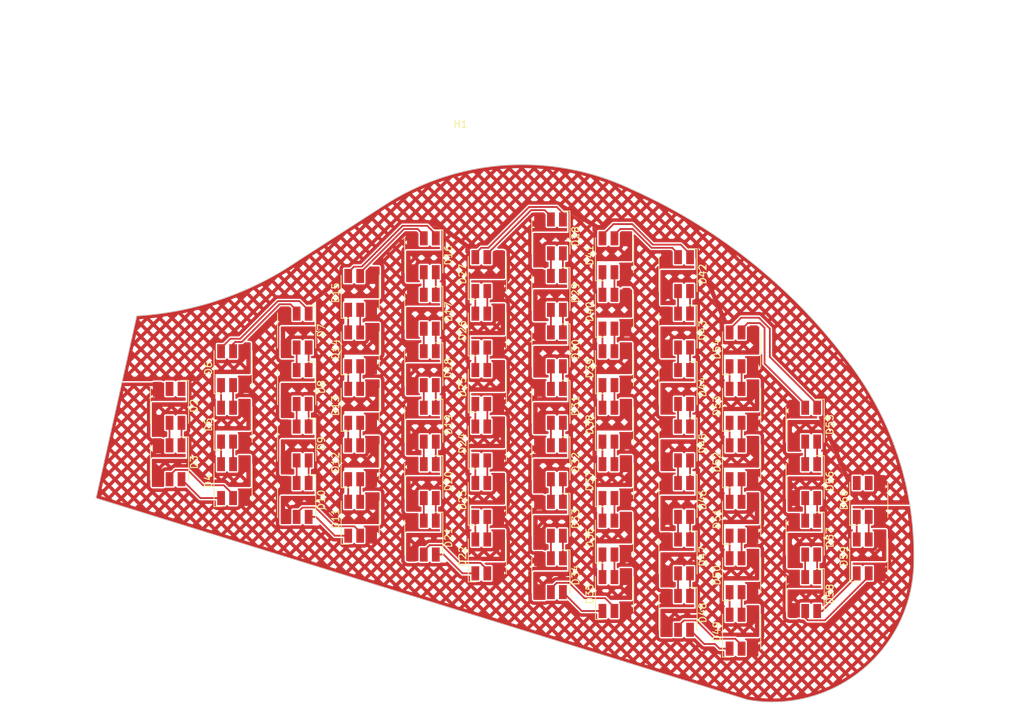
<source format=kicad_pcb>
(kicad_pcb (version 20221018) (generator pcbnew)
  (layers (0 "F.Cu" signal) (31 "B.Cu" signal) (34 "B.Paste" user) (35 "F.Paste" user) (36 "B.SilkS" user "B.Silkscreen") (37 "F.SilkS" user "F.Silkscreen") (38 "B.Mask" user) (39 "F.Mask" user) (44 "Edge.Cuts" user))
  (net 0 "")
  (net 1 "GND")
  (net 2 "+5V")
  (net 3 "Net-(D2-CO)")
  (net 4 "Net-(D2-DO)")
  (net 5 "Net-(D3-CO)")
  (net 6 "Net-(D3-DO)")
  (net 7 "Net-(D4-CO)")
  (net 8 "Net-(D4-DO)")
  (net 9 "Net-(D5-CO)")
  (net 10 "Net-(D5-DO)")
  (net 11 "Net-(D6-CO)")
  (net 12 "Net-(D6-DO)")
  (net 13 "Net-(D7-CO)")
  (net 14 "Net-(D7-DO)")
  (net 15 "Net-(D8-CO)")
  (net 16 "Net-(D8-DO)")
  (net 17 "Net-(D10-CI)")
  (net 18 "Net-(D10-DI)")
  (net 19 "Net-(D10-CO)")
  (net 20 "Net-(D10-DO)")
  (net 21 "Net-(D11-CO)")
  (net 22 "Net-(D11-DO)")
  (net 23 "Net-(D12-CO)")
  (net 24 "Net-(D12-DO)")
  (net 25 "Net-(D13-CO)")
  (net 26 "Net-(D13-DO)")
  (net 27 "Net-(D14-CO)")
  (net 28 "Net-(D14-DO)")
  (net 29 "Net-(D15-CO)")
  (net 30 "Net-(D15-DO)")
  (net 31 "/CK16")
  (net 32 "/DATA16")
  (net 33 "Net-(D17-CO)")
  (net 34 "Net-(D17-DO)")
  (net 35 "Net-(D18-CO)")
  (net 36 "Net-(D18-DO)")
  (net 37 "Net-(D19-CO)")
  (net 38 "Net-(D19-DO)")
  (net 39 "Net-(D20-CO)")
  (net 40 "Net-(D20-DO)")
  (net 41 "Net-(D21-CO)")
  (net 42 "Net-(D21-DO)")
  (net 43 "Net-(D22-CO)")
  (net 44 "Net-(D22-DO)")
  (net 45 "Net-(D23-CO)")
  (net 46 "Net-(D23-DO)")
  (net 47 "Net-(D24-CO)")
  (net 48 "Net-(D24-DO)")
  (net 49 "Net-(D25-CO)")
  (net 50 "Net-(D25-DO)")
  (net 51 "Net-(D26-CO)")
  (net 52 "Net-(D26-DO)")
  (net 53 "Net-(D27-CO)")
  (net 54 "Net-(D27-DO)")
  (net 55 "Net-(D28-CO)")
  (net 56 "Net-(D28-DO)")
  (net 57 "Net-(D29-CO)")
  (net 58 "Net-(D29-DO)")
  (net 59 "Net-(D30-CO)")
  (net 60 "Net-(D30-DO)")
  (net 61 "Net-(D31-CO)")
  (net 62 "Net-(D31-DO)")
  (net 63 "/CK32")
  (net 64 "/DATA32")
  (net 65 "Net-(D33-CO)")
  (net 66 "Net-(D33-DO)")
  (net 67 "Net-(D34-CO)")
  (net 68 "Net-(D34-DO)")
  (net 69 "Net-(D35-CO)")
  (net 70 "Net-(D35-DO)")
  (net 71 "Net-(D36-CO)")
  (net 72 "Net-(D36-DO)")
  (net 73 "Net-(D37-CO)")
  (net 74 "Net-(D37-DO)")
  (net 75 "Net-(D38-CO)")
  (net 76 "Net-(D38-DO)")
  (net 77 "Net-(D39-CO)")
  (net 78 "Net-(D39-DO)")
  (net 79 "Net-(D40-CO)")
  (net 80 "Net-(D40-DO)")
  (net 81 "Net-(D41-CO)")
  (net 82 "Net-(D41-DO)")
  (net 83 "Net-(D42-CO)")
  (net 84 "Net-(D42-DO)")
  (net 85 "Net-(D43-CO)")
  (net 86 "Net-(D43-DO)")
  (net 87 "Net-(D44-CO)")
  (net 88 "Net-(D44-DO)")
  (net 89 "Net-(D45-CO)")
  (net 90 "Net-(D45-DO)")
  (net 91 "Net-(D46-CO)")
  (net 92 "Net-(D46-DO)")
  (net 93 "Net-(D47-CO)")
  (net 94 "Net-(D47-DO)")
  (net 95 "/CK48")
  (net 96 "/DATA48")
  (net 97 "Net-(D49-CO)")
  (net 98 "Net-(D49-DO)")
  (net 99 "Net-(D50-CO)")
  (net 100 "Net-(D50-DO)")
  (net 101 "Net-(D51-CO)")
  (net 102 "Net-(D51-DO)")
  (net 103 "Net-(D52-CO)")
  (net 104 "Net-(D52-DO)")
  (net 105 "Net-(D53-CO)")
  (net 106 "Net-(D53-DO)")
  (net 107 "Net-(D54-CO)")
  (net 108 "Net-(D54-DO)")
  (net 109 "Net-(D55-CO)")
  (net 110 "Net-(D55-DO)")
  (net 111 "Net-(D56-CO)")
  (net 112 "Net-(D56-DO)")
  (net 113 "Net-(D57-CO)")
  (net 114 "Net-(D57-DO)")
  (net 115 "Net-(D58-CO)")
  (net 116 "Net-(D58-DO)")
  (net 117 "Net-(D59-CO)")
  (net 118 "Net-(D59-DO)")
  (footprint "LED_SMD:LED_RGB_5050-6" (layer "F.Cu") (at 183 128.000003 90)
    (fp_text reference "D50")
    (fp_text value "APA102")
  )
  (footprint "LED_SMD:LED_RGB_5050-6" (layer "F.Cu") (at 120 101.333334 -90)
    (fp_text reference "D8")
    (fp_text value "APA102")
  )
  (footprint "LED_SMD:LED_RGB_5050-6" (layer "F.Cu") (at 129 120.000001 90)
    (fp_text reference "D11")
    (fp_text value "APA102")
  )
  (footprint "LED_SMD:LED_RGB_5050-6" (layer "F.Cu") (at 174 93.333336 -90)
    (fp_text reference "D43")
    (fp_text value "APA102")
  )
  (footprint "LED_SMD:LED_RGB_5050-6" (layer "F.Cu") (at 156 112.000002 -90)
    (fp_text reference "D32")
    (fp_text value "APA102")
  )
  (footprint "LED_SMD:LED_RGB_5050-6" (layer "F.Cu") (at 183 136.000003 90)
    (fp_text reference "D49")
    (fp_text value "APA102")
  )
  (footprint "LED_SMD:LED_RGB_5050-6" (layer "F.Cu") (at 147 109.333335 90)
    (fp_text reference "D24")
    (fp_text value "APA102")
  )
  (footprint "LED_SMD:LED_RGB_5050-6" (layer "F.Cu") (at 102 104 -90)
    (fp_text reference "D2")
    (fp_text value "APA102")
  )
  (footprint "LED_SMD:LED_RGB_5050-6" (layer "F.Cu") (at 111 98.666667 90)
    (fp_text reference "D6")
    (fp_text value "APA102")
  )
  (footprint "LED_SMD:LED_RGB_5050-6" (layer "F.Cu") (at 156 128.000002 -90)
    (fp_text reference "D34")
    (fp_text value "APA102")
  )
  (footprint "LED_SMD:LED_RGB_5050-6" (layer "F.Cu") (at 129 104.000001 90)
    (fp_text reference "D13")
    (fp_text value "APA102")
  )
  (footprint "LED_SMD:LED_RGB_5050-6" (layer "F.Cu") (at 174 133.333336 -90)
    (fp_text reference "D48")
    (fp_text value "APA102")
  )
  (footprint "LED_SMD:LED_RGB_5050-6" (layer "F.Cu") (at 183 112.000003 90)
    (fp_text reference "D52")
    (fp_text value "APA102")
  )
  (footprint "LED_SMD:LED_RGB_5050-6" (layer "F.Cu") (at 129 88.000001 90)
    (fp_text reference "D15")
    (fp_text value "APA102")
  )
  (footprint "LED_SMD:LED_RGB_5050-6" (layer "F.Cu") (at 156 104.000002 -90)
    (fp_text reference "D31")
    (fp_text value "APA102")
  )
  (footprint "LED_SMD:LED_RGB_5050-6" (layer "F.Cu") (at 147 85.333335 90)
    (fp_text reference "D27")
    (fp_text value "APA102")
  )
  (footprint "LED_SMD:LED_RGB_5050-6" (layer "F.Cu") (at 120 117.333334 -90)
    (fp_text reference "D10")
    (fp_text value "APA102")
  )
  (footprint "LED_SMD:LED_RGB_5050-6" (layer "F.Cu") (at 147 93.333335 90)
    (fp_text reference "D26")
    (fp_text value "APA102")
  )
  (footprint "LED_SMD:LED_RGB_5050-6" (layer "F.Cu") (at 147 101.333335 90)
    (fp_text reference "D25")
    (fp_text value "APA102")
  )
  (footprint "LED_SMD:LED_RGB_5050-6" (layer "F.Cu") (at 138 98.666668 -90)
    (fp_text reference "D18")
    (fp_text value "APA102")
  )
  (footprint "LED_SMD:LED_RGB_5050-6" (layer "F.Cu") (at 138 122.666668 -90)
    (fp_text reference "D21")
    (fp_text value "APA102")
  )
  (footprint "additional:blinker_shape" (layer "F.Cu") (at 150.25 98 -1.7)
    (fp_text reference "H1")
    (fp_text value "shape")
    (fp_line (start -58.07508 20.817382) (end -53.07508 -5.182618) (stroke (width 0.12)) (layer "Edge.Cuts"))
    (fp_line (start -30.444384 -13.688701) (end -18.07508 -22.182617) (stroke (width 0.12)) (layer "Edge.Cuts"))
    (fp_line (start 34.952666 46.632409) (end -58.07508 20.817382) (stroke (width 0.12)) (layer "Edge.Cuts"))
    (fp_arc (start -30.444384 -13.688701) (mid -41.180167 -7.89371) (end -53.07508 -5.182619) (stroke (width 0.12)) (layer "Edge.Cuts"))
    (fp_arc (start -18.07508 -22.182617) (mid -1.181203 -28.104087) (end 16.478374 -25.170448) (stroke (width 0.12)) (layer "Edge.Cuts"))
    (fp_arc (start 16.478374 -25.170447) (mid 33.316229 -15.660619) (end 47.289317 -2.292636) (stroke (width 0.12)) (layer "Edge.Cuts"))
    (fp_arc (start 47.289317 -2.292636) (mid 55.209457 11.315033) (end 57.961626 26.817382) (stroke (width 0.12)) (layer "Edge.Cuts"))
    (fp_arc (start 57.961626 26.817382) (mid 51 42) (end 34.952666 46.632409) (stroke (width 0.12)) (layer "Edge.Cuts"))
  )
  (footprint "LED_SMD:LED_RGB_5050-6" (layer "F.Cu") (at 129 96.000001 90)
    (fp_text reference "D14")
    (fp_text value "APA102")
  )
  (footprint "LED_SMD:LED_RGB_5050-6" (layer "F.Cu") (at 174 85.333336 -90)
    (fp_text reference "D42")
    (fp_text value "APA102")
  )
  (footprint "LED_SMD:LED_RGB_5050-6" (layer "F.Cu") (at 147 125.333335 90)
    (fp_text reference "D22")
    (fp_text value "APA102")
  )
  (footprint "LED_SMD:LED_RGB_5050-6" (layer "F.Cu") (at 183 104.000003 90)
    (fp_text reference "D53")
    (fp_text value "APA102")
  )
  (footprint "LED_SMD:LED_RGB_5050-6" (layer "F.Cu") (at 165 114.666669 90)
    (fp_text reference "D37")
    (fp_text value "APA102")
  )
  (footprint "LED_SMD:LED_RGB_5050-6" (layer "F.Cu") (at 138 90.666668 -90)
    (fp_text reference "D17")
    (fp_text value "APA102")
  )
  (footprint "LED_SMD:LED_RGB_5050-6" (layer "F.Cu") (at 165 106.666669 90)
    (fp_text reference "D38")
    (fp_text value "APA102")
  )
  (footprint "LED_SMD:LED_RGB_5050-6" (layer "F.Cu") (at 120 109.333334 -90)
    (fp_text reference "D9")
    (fp_text value "APA102")
  )
  (footprint "LED_SMD:LED_RGB_5050-6" (layer "F.Cu") (at 156 120.000002 -90)
    (fp_text reference "D33")
    (fp_text value "APA102")
  )
  (footprint "LED_SMD:LED_RGB_5050-6" (layer "F.Cu") (at 192 114.66667 -90)
    (fp_text reference "D56")
    (fp_text value "APA102")
  )
  (footprint "LED_SMD:LED_RGB_5050-6" (layer "F.Cu") (at 111 106.666667 90)
    (fp_text reference "D5")
    (fp_text value "APA102")
  )
  (footprint "LED_SMD:LED_RGB_5050-6" (layer "F.Cu") (at 156 96.000002 -90)
    (fp_text reference "D30")
    (fp_text value "APA102")
  )
  (footprint "LED_SMD:LED_RGB_5050-6" (layer "F.Cu") (at 174 117.333336 -90)
    (fp_text reference "D46")
    (fp_text value "APA102")
  )
  (footprint "LED_SMD:LED_RGB_5050-6" (layer "F.Cu") (at 201 117.333336 90)
    (fp_text reference "D60")
    (fp_text value "APA102")
  )
  (footprint "LED_SMD:LED_RGB_5050-6" (layer "F.Cu") (at 201 125.333336 90)
    (fp_text reference "D59")
    (fp_text value "APA102")
  )
  (footprint "LED_SMD:LED_RGB_5050-6" (layer "F.Cu") (at 102 112 -90)
    (fp_text reference "D3")
    (fp_text value "APA102")
  )
  (footprint "LED_SMD:LED_RGB_5050-6" (layer "F.Cu") (at 174 109.333336 -90)
    (fp_text reference "D45")
    (fp_text value "APA102")
  )
  (footprint "LED_SMD:LED_RGB_5050-6" (layer "F.Cu") (at 138 106.666668 -90)
    (fp_text reference "D19")
    (fp_text value "APA102")
  )
  (footprint "LED_SMD:LED_RGB_5050-6" (layer "F.Cu") (at 165 90.666669 90)
    (fp_text reference "D40")
    (fp_text value "APA102")
  )
  (footprint "LED_SMD:LED_RGB_5050-6" (layer "F.Cu") (at 147 117.333335 90)
    (fp_text reference "D23")
    (fp_text value "APA102")
  )
  (footprint "LED_SMD:LED_RGB_5050-6" (layer "F.Cu") (at 192 122.66667 -90)
    (fp_text reference "D57")
    (fp_text value "APA102")
  )
  (footprint "LED_SMD:LED_RGB_5050-6" (layer "F.Cu") (at 192 106.66667 -90)
    (fp_text reference "D55")
    (fp_text value "APA102")
  )
  (footprint "LED_SMD:LED_RGB_5050-6" (layer "F.Cu") (at 174 125.333336 -90)
    (fp_text reference "D47")
    (fp_text value "APA102")
  )
  (footprint "LED_SMD:LED_RGB_5050-6" (layer "F.Cu") (at 111 114.666667 90)
    (fp_text reference "D4")
    (fp_text value "APA102")
  )
  (footprint "LED_SMD:LED_RGB_5050-6" (layer "F.Cu") (at 183 96.000003 90)
    (fp_text reference "D54")
    (fp_text value "APA102")
  )
  (footprint "LED_SMD:LED_RGB_5050-6" (layer "F.Cu") (at 165 130.666669 90)
    (fp_text reference "D35")
    (fp_text value "APA102")
  )
  (footprint "LED_SMD:LED_RGB_5050-6" (layer "F.Cu") (at 138 114.666668 -90)
    (fp_text reference "D20")
    (fp_text value "APA102")
  )
  (footprint "LED_SMD:LED_RGB_5050-6" (layer "F.Cu") (at 120 93.333334 -90)
    (fp_text reference "D7")
    (fp_text value "APA102")
  )
  (footprint "LED_SMD:LED_RGB_5050-6" (layer "F.Cu") (at 138 82.666668 -90)
    (fp_text reference "D16")
    (fp_text value "APA102")
  )
  (footprint "LED_SMD:LED_RGB_5050-6" (layer "F.Cu") (at 129 112.000001 90)
    (fp_text reference "D12")
    (fp_text value "APA102")
  )
  (footprint "LED_SMD:LED_RGB_5050-6" (layer "F.Cu") (at 165 82.666669 90)
    (fp_text reference "D41")
    (fp_text value "APA102")
  )
  (footprint "LED_SMD:LED_RGB_5050-6" (layer "F.Cu") (at 156 80.000002 -90)
    (fp_text reference "D28")
    (fp_text value "APA102")
  )
  (footprint "LED_SMD:LED_RGB_5050-6" (layer "F.Cu") (at 174 101.333336 -90)
    (fp_text reference "D44")
    (fp_text value "APA102")
  )
  (footprint "LED_SMD:LED_RGB_5050-6" (layer "F.Cu") (at 183 120.000003 90)
    (fp_text reference "D51")
    (fp_text value "APA102")
  )
  (footprint "LED_SMD:LED_RGB_5050-6" (layer "F.Cu") (at 165 98.666669 90)
    (fp_text reference "D39")
    (fp_text value "APA102")
  )
  (footprint "LED_SMD:LED_RGB_5050-6" (layer "F.Cu") (at 165 122.666669 90)
    (fp_text reference "D36")
    (fp_text value "APA102")
  )
  (footprint "LED_SMD:LED_RGB_5050-6" (layer "F.Cu") (at 192 130.66667 -90)
    (fp_text reference "D58")
    (fp_text value "APA102")
  )
  (footprint "LED_SMD:LED_RGB_5050-6" (layer "F.Cu") (at 156 88.000002 -90)
    (fp_text reference "D29")
    (fp_text value "APA102")
  )
  (segment (start 102 106.4) (end 102 109.6) (width 0.25) (layer "F.Cu") (net 3))
  (segment (start 103.7 106.4) (end 103.7 109.6) (width 0.25) (layer "F.Cu") (net 4))
  (segment (start 102 113.9) (end 102 114.4) (width 0.25) (layer "F.Cu") (net 5))
  (segment (start 104.575 113.075) (end 102.825 113.075) (width 0.25) (layer "F.Cu") (net 5))
  (segment (start 111 117.066667) (end 111 116.566667) (width 0.25) (layer "F.Cu") (net 5))
  (segment (start 109.683333 115.25) (end 106.75 115.25) (width 0.25) (layer "F.Cu") (net 5))
  (segment (start 111 116.566667) (end 109.683333 115.25) (width 0.25) (layer "F.Cu") (net 5))
  (segment (start 106.75 115.25) (end 104.575 113.075) (width 0.25) (layer "F.Cu") (net 5))
  (segment (start 102.825 113.075) (end 102 113.9) (width 0.25) (layer "F.Cu") (net 5))
  (segment (start 106.366667 117.066667) (end 103.7 114.4) (width 0.25) (layer "F.Cu") (net 6))
  (segment (start 109.3 117.066667) (end 106.366667 117.066667) (width 0.25) (layer "F.Cu") (net 6))
  (segment (start 111 112.266667) (end 111 109.066667) (width 0.25) (layer "F.Cu") (net 7))
  (segment (start 109.3 112.266667) (end 109.3 109.066667) (width 0.25) (layer "F.Cu") (net 8))
  (segment (start 111 101.066667) (end 111 104.266667) (width 0.25) (layer "F.Cu") (net 9))
  (segment (start 109.3 104.266667) (end 109.3 101.066667) (width 0.25) (layer "F.Cu") (net 10))
  (segment (start 119.125 89.608334) (end 120 90.483334) (width 0.25) (layer "F.Cu") (net 11))
  (segment (start 120 90.483334) (end 120 90.933334) (width 0.25) (layer "F.Cu") (net 11))
  (segment (start 112.251531 94.941667) (end 117.584864 89.608334) (width 0.25) (layer "F.Cu") (net 11))
  (segment (start 111 95.25) (end 111.308333 94.941667) (width 0.25) (layer "F.Cu") (net 11))
  (segment (start 111 96.266667) (end 111 95.25) (width 0.25) (layer "F.Cu") (net 11))
  (segment (start 117.584864 89.608334) (end 119.125 89.608334) (width 0.25) (layer "F.Cu") (net 11))
  (segment (start 111.308333 94.941667) (end 112.251531 94.941667) (width 0.25) (layer "F.Cu") (net 11))
  (segment (start 109.3 96.266667) (end 109.3 95.816667) (width 0.25) (layer "F.Cu") (net 12))
  (segment (start 117.341666 89.158334) (end 120.375 89.158334) (width 0.25) (layer "F.Cu") (net 12))
  (segment (start 109.3 95.816667) (end 110.625 94.491667) (width 0.25) (layer "F.Cu") (net 12))
  (segment (start 110.625 94.491667) (end 112.008333 94.491667) (width 0.25) (layer "F.Cu") (net 12))
  (segment (start 112.008333 94.491667) (end 117.341666 89.158334) (width 0.25) (layer "F.Cu") (net 12))
  (segment (start 121.7 90.483334) (end 121.7 90.933334) (width 0.25) (layer "F.Cu") (net 12))
  (segment (start 120.375 89.158334) (end 121.7 90.483334) (width 0.25) (layer "F.Cu") (net 12))
  (segment (start 120 98.933334) (end 120 95.733334) (width 0.25) (layer "F.Cu") (net 13))
  (segment (start 121.7 95.733334) (end 121.7 98.933334) (width 0.25) (layer "F.Cu") (net 14))
  (segment (start 120 106.933334) (end 120 103.733334) (width 0.25) (layer "F.Cu") (net 15))
  (segment (start 121.7 103.733334) (end 121.7 106.933334) (width 0.25) (layer "F.Cu") (net 16))
  (segment (start 120 114.933334) (end 120 111.733334) (width 0.25) (layer "F.Cu") (net 17))
  (segment (start 121.7 111.733334) (end 121.7 114.933334) (width 0.25) (layer "F.Cu") (net 18))
  (segment (start 120.825 118.408334) (end 120 119.233334) (width 0.25) (layer "F.Cu") (net 19))
  (segment (start 128.175 121.075001) (end 125.325001 121.075001) (width 0.25) (layer "F.Cu") (net 19))
  (segment (start 129 121.900001) (end 128.175 121.075001) (width 0.25) (layer "F.Cu") (net 19))
  (segment (start 122.658334 118.408334) (end 120.825 118.408334) (width 0.25) (layer "F.Cu") (net 19))
  (segment (start 120 119.233334) (end 120 119.733334) (width 0.25) (layer "F.Cu") (net 19))
  (segment (start 125.325001 121.075001) (end 122.658334 118.408334) (width 0.25) (layer "F.Cu") (net 19))
  (segment (start 129 122.400001) (end 129 121.900001) (width 0.25) (layer "F.Cu") (net 19))
  (segment (start 125.400001 122.400001) (end 122.733334 119.733334) (width 0.25) (layer "F.Cu") (net 20))
  (segment (start 122.733334 119.733334) (end 121.7 119.733334) (width 0.25) (layer "F.Cu") (net 20))
  (segment (start 127.3 122.400001) (end 125.400001 122.400001) (width 0.25) (layer "F.Cu") (net 20))
  (segment (start 129 117.600001) (end 129 114.400001) (width 0.25) (layer "F.Cu") (net 21))
  (segment (start 127.3 117.600001) (end 127.3 114.400001) (width 0.25) (layer "F.Cu") (net 22))
  (segment (start 129 106.400001) (end 129 109.600001) (width 0.25) (layer "F.Cu") (net 23))
  (segment (start 127.3 109.600001) (end 127.3 106.400001) (width 0.25) (layer "F.Cu") (net 24))
  (segment (start 129 101.600001) (end 129 98.400001) (width 0.25) (layer "F.Cu") (net 25))
  (segment (start 127.3 98.400001) (end 127.3 101.600001) (width 0.25) (layer "F.Cu") (net 26))
  (segment (start 129 93.600001) (end 129 90.400001) (width 0.25) (layer "F.Cu") (net 27))
  (segment (start 127.3 90.400001) (end 127.3 93.600001) (width 0.25) (layer "F.Cu") (net 28))
  (segment (start 138 79.816668) (end 138 80.266668) (width 0.25) (layer "F.Cu") (net 29))
  (segment (start 135.208333 78.941668) (end 137.125 78.941668) (width 0.25) (layer "F.Cu") (net 29))
  (segment (start 137.125 78.941668) (end 138 79.816668) (width 0.25) (layer "F.Cu") (net 29))
  (segment (start 129 85.600001) (end 129 85.150001) (width 0.25) (layer "F.Cu") (net 29))
  (segment (start 129 85.150001) (end 135.208333 78.941668) (width 0.25) (layer "F.Cu") (net 29))
  (segment (start 127.3 85.100001) (end 128.125 84.275001) (width 0.25) (layer "F.Cu") (net 30))
  (segment (start 129.224999 84.275001) (end 135.008332 78.491668) (width 0.25) (layer "F.Cu") (net 30))
  (segment (start 138.491668 78.491668) (end 139.7 79.7) (width 0.25) (layer "F.Cu") (net 30))
  (segment (start 128.125 84.275001) (end 129.224999 84.275001) (width 0.25) (layer "F.Cu") (net 30))
  (segment (start 139.7 79.7) (end 139.7 80.266668) (width 0.25) (layer "F.Cu") (net 30))
  (segment (start 135.008332 78.491668) (end 138.491668 78.491668) (width 0.25) (layer "F.Cu") (net 30))
  (segment (start 127.3 85.600001) (end 127.3 85.100001) (width 0.25) (layer "F.Cu") (net 30))
  (segment (start 138 85.066668) (end 138 88.266668) (width 0.25) (layer "F.Cu") (net 31))
  (segment (start 139.7 85.066668) (end 139.7 88.266668) (width 0.25) (layer "F.Cu") (net 32))
  (segment (start 138 93.066668) (end 138 96.266668) (width 0.25) (layer "F.Cu") (net 33))
  (segment (start 139.7 93.066668) (end 139.7 96.266668) (width 0.25) (layer "F.Cu") (net 34))
  (segment (start 138 101.066668) (end 138 104.266668) (width 0.25) (layer "F.Cu") (net 35))
  (segment (start 139.7 101.066668) (end 139.7 104.266668) (width 0.25) (layer "F.Cu") (net 36))
  (segment (start 138 109.066668) (end 138 112.266668) (width 0.25) (layer "F.Cu") (net 37))
  (segment (start 139.7 109.066668) (end 139.7 112.266668) (width 0.25) (layer "F.Cu") (net 38))
  (segment (start 138 117.066668) (end 138 120.266668) (width 0.25) (layer "F.Cu") (net 39))
  (segment (start 139.7 117.066668) (end 139.7 120.266668) (width 0.25) (layer "F.Cu") (net 40))
  (segment (start 138 124.566668) (end 138 125.066668) (width 0.25) (layer "F.Cu") (net 41))
  (segment (start 140.575 123.741668) (end 138.825 123.741668) (width 0.25) (layer "F.Cu") (net 41))
  (segment (start 147 127.733335) (end 147 127.233335) (width 0.25) (layer "F.Cu") (net 41))
  (segment (start 138.825 123.741668) (end 138 124.566668) (width 0.25) (layer "F.Cu") (net 41))
  (segment (start 143.083332 126.25) (end 140.575 123.741668) (width 0.25) (layer "F.Cu") (net 41))
  (segment (start 147 127.233335) (end 146.016665 126.25) (width 0.25) (layer "F.Cu") (net 41))
  (segment (start 146.016665 126.25) (end 143.083332 126.25) (width 0.25) (layer "F.Cu") (net 41))
  (segment (start 145.3 127.733335) (end 143.483335 127.733335) (width 0.25) (layer "F.Cu") (net 42))
  (segment (start 143.483335 127.733335) (end 140.816668 125.066668) (width 0.25) (layer "F.Cu") (net 42))
  (segment (start 140.816668 125.066668) (end 139.7 125.066668) (width 0.25) (layer "F.Cu") (net 42))
  (segment (start 147 122.933335) (end 147 119.733335) (width 0.25) (layer "F.Cu") (net 43))
  (segment (start 145.3 122.933335) (end 145.3 119.733335) (width 0.25) (layer "F.Cu") (net 44))
  (segment (start 147 111.733335) (end 147 114.933335) (width 0.25) (layer "F.Cu") (net 45))
  (segment (start 145.3 114.933335) (end 145.3 111.733335) (width 0.25) (layer "F.Cu") (net 46))
  (segment (start 147 103.733335) (end 147 106.933335) (width 0.25) (layer "F.Cu") (net 47))
  (segment (start 145.3 106.933335) (end 145.3 103.733335) (width 0.25) (layer "F.Cu") (net 48))
  (segment (start 147 95.733335) (end 147 98.933335) (width 0.25) (layer "F.Cu") (net 49))
  (segment (start 145.3 98.933335) (end 145.3 95.733335) (width 0.25) (layer "F.Cu") (net 50))
  (segment (start 147 87.733335) (end 147 90.933335) (width 0.25) (layer "F.Cu") (net 51))
  (segment (start 145.3 90.933335) (end 145.3 87.733335) (width 0.25) (layer "F.Cu") (net 52))
  (segment (start 156 77.150002) (end 156 77.600002) (width 0.25) (layer "F.Cu") (net 53))
  (segment (start 153.208333 76.275002) (end 155.125 76.275002) (width 0.25) (layer "F.Cu") (net 53))
  (segment (start 147 82.483335) (end 153.208333 76.275002) (width 0.25) (layer "F.Cu") (net 53))
  (segment (start 147 82.933335) (end 147 82.483335) (width 0.25) (layer "F.Cu") (net 53))
  (segment (start 155.125 76.275002) (end 156 77.150002) (width 0.25) (layer "F.Cu") (net 53))
  (segment (start 145.3 82.433335) (end 146.125 81.608335) (width 0.25) (layer "F.Cu") (net 54))
  (segment (start 146.125 81.608335) (end 147.141665 81.608335) (width 0.25) (layer "F.Cu") (net 54))
  (segment (start 152.924998 75.825002) (end 156.825002 75.825002) (width 0.25) (layer "F.Cu") (net 54))
  (segment (start 157.7 76.7) (end 157.7 77.600002) (width 0.25) (layer "F.Cu") (net 54))
  (segment (start 147.141665 81.608335) (end 152.924998 75.825002) (width 0.25) (layer "F.Cu") (net 54))
  (segment (start 145.3 82.933335) (end 145.3 82.433335) (width 0.25) (layer "F.Cu") (net 54))
  (segment (start 156.825002 75.825002) (end 157.7 76.7) (width 0.25) (layer "F.Cu") (net 54))
  (segment (start 156 82.400002) (end 156 85.600002) (width 0.25) (layer "F.Cu") (net 55))
  (segment (start 157.7 85.600002) (end 157.7 82.400002) (width 0.25) (layer "F.Cu") (net 56))
  (segment (start 156 93.600002) (end 156 90.400002) (width 0.25) (layer "F.Cu") (net 57))
  (segment (start 157.7 90.400002) (end 157.7 93.600002) (width 0.25) (layer "F.Cu") (net 58))
  (segment (start 156 98.400002) (end 156 101.600002) (width 0.25) (layer "F.Cu") (net 59))
  (segment (start 157.7 101.600002) (end 157.7 98.400002) (width 0.25) (layer "F.Cu") (net 60))
  (segment (start 156 109.600002) (end 156 106.400002) (width 0.25) (layer "F.Cu") (net 61))
  (segment (start 157.7 106.400002) (end 157.7 109.600002) (width 0.25) (layer "F.Cu") (net 62))
  (segment (start 156 114.400002) (end 156 117.600002) (width 0.25) (layer "F.Cu") (net 63))
  (segment (start 157.7 117.600002) (end 157.7 114.400002) (width 0.25) (layer "F.Cu") (net 64))
  (segment (start 156 125.600002) (end 156 122.400002) (width 0.25) (layer "F.Cu") (net 65))
  (segment (start 157.7 125.600002) (end 157.7 122.400002) (width 0.25) (layer "F.Cu") (net 66))
  (segment (start 156.825 129.075002) (end 156 129.900002) (width 0.25) (layer "F.Cu") (net 67))
  (segment (start 163.683331 131.25) (end 160.749998 131.25) (width 0.25) (layer "F.Cu") (net 67))
  (segment (start 156 129.900002) (end 156 130.400002) (width 0.25) (layer "F.Cu") (net 67))
  (segment (start 165 132.566669) (end 163.683331 131.25) (width 0.25) (layer "F.Cu") (net 67))
  (segment (start 165 133.066669) (end 165 132.566669) (width 0.25) (layer "F.Cu") (net 67))
  (segment (start 158.575 129.075002) (end 156.825 129.075002) (width 0.25) (layer "F.Cu") (net 67))
  (segment (start 160.749998 131.25) (end 158.575 129.075002) (width 0.25) (layer "F.Cu") (net 67))
  (segment (start 160.366667 133.066669) (end 157.7 130.400002) (width 0.25) (layer "F.Cu") (net 68))
  (segment (start 163.3 133.066669) (end 160.366667 133.066669) (width 0.25) (layer "F.Cu") (net 68))
  (segment (start 165 125.066669) (end 165 128.266669) (width 0.25) (layer "F.Cu") (net 69))
  (segment (start 163.3 125.066669) (end 163.3 128.266669) (width 0.25) (layer "F.Cu") (net 70))
  (segment (start 165 117.066669) (end 165 120.266669) (width 0.25) (layer "F.Cu") (net 71))
  (segment (start 163.3 117.066669) (end 163.3 120.266669) (width 0.25) (layer "F.Cu") (net 72))
  (segment (start 165 109.066669) (end 165 112.266669) (width 0.25) (layer "F.Cu") (net 73))
  (segment (start 163.3 109.066669) (end 163.3 112.266669) (width 0.25) (layer "F.Cu") (net 74))
  (segment (start 165 101.066669) (end 165 104.266669) (width 0.25) (layer "F.Cu") (net 75))
  (segment (start 163.3 101.066669) (end 163.3 104.266669) (width 0.25) (layer "F.Cu") (net 76))
  (segment (start 165 93.066669) (end 165 96.266669) (width 0.25) (layer "F.Cu") (net 77))
  (segment (start 163.3 93.066669) (end 163.3 96.266669) (width 0.25) (layer "F.Cu") (net 78))
  (segment (start 165 85.066669) (end 165 88.266669) (width 0.25) (layer "F.Cu") (net 79))
  (segment (start 163.3 85.066669) (end 163.3 88.266669) (width 0.25) (layer "F.Cu") (net 80))
  (segment (start 174 82.443198) (end 174 82.933336) (width 0.25) (layer "F.Cu") (net 81))
  (segment (start 170.241667 81.608336) (end 173.175 81.608336) (width 0.25) (layer "F.Cu") (net 81))
  (segment (start 173.175 81.618198) (end 174 82.443198) (width 0.25) (layer "F.Cu") (net 81))
  (segment (start 165.825 78.941669) (end 167.575 78.941669) (width 0.25) (layer "F.Cu") (net 81))
  (segment (start 173.175 81.608336) (end 173.175 81.618198) (width 0.25) (layer "F.Cu") (net 81))
  (segment (start 165 80.266669) (end 165 79.766669) (width 0.25) (layer "F.Cu") (net 81))
  (segment (start 165 79.766669) (end 165.825 78.941669) (width 0.25) (layer "F.Cu") (net 81))
  (segment (start 167.575 78.941669) (end 170.241667 81.608336) (width 0.25) (layer "F.Cu") (net 81))
  (segment (start 163.3 80.266669) (end 163.3 79.816669) (width 0.25) (layer "F.Cu") (net 82))
  (segment (start 163.3 79.816669) (end 164.866669 78.25) (width 0.25) (layer "F.Cu") (net 82))
  (segment (start 167.519727 78.25) (end 170.428063 81.158336) (width 0.25) (layer "F.Cu") (net 82))
  (segment (start 170.428063 81.158336) (end 174.375 81.158336) (width 0.25) (layer "F.Cu") (net 82))
  (segment (start 174.375 81.158336) (end 175.7 82.483336) (width 0.25) (layer "F.Cu") (net 82))
  (segment (start 175.7 82.483336) (end 175.7 82.933336) (width 0.25) (layer "F.Cu") (net 82))
  (segment (start 164.866669 78.25) (end 167.519727 78.25) (width 0.25) (layer "F.Cu") (net 82))
  (segment (start 174 90.933336) (end 174 87.733336) (width 0.25) (layer "F.Cu") (net 83))
  (segment (start 175.7 87.733336) (end 175.7 90.933336) (width 0.25) (layer "F.Cu") (net 84))
  (segment (start 174 98.933336) (end 174 95.733336) (width 0.25) (layer "F.Cu") (net 85))
  (segment (start 175.7 95.733336) (end 175.7 98.933336) (width 0.25) (layer "F.Cu") (net 86))
  (segment (start 174 106.933336) (end 174 103.733336) (width 0.25) (layer "F.Cu") (net 87))
  (segment (start 175.7 103.733336) (end 175.7 106.933336) (width 0.25) (layer "F.Cu") (net 88))
  (segment (start 174 114.933336) (end 174 111.733336) (width 0.25) (layer "F.Cu") (net 89))
  (segment (start 175.7 111.733336) (end 175.7 114.933336) (width 0.25) (layer "F.Cu") (net 90))
  (segment (start 174 122.933336) (end 174 119.733336) (width 0.25) (layer "F.Cu") (net 91))
  (segment (start 175.7 119.733336) (end 175.7 122.933336) (width 0.25) (layer "F.Cu") (net 92))
  (segment (start 174 130.933336) (end 174 127.733336) (width 0.25) (layer "F.Cu") (net 93))
  (segment (start 175.7 127.733336) (end 175.7 130.933336) (width 0.25) (layer "F.Cu") (net 94))
  (segment (start 179.166664 137) (end 176.575 134.408336) (width 0.25) (layer "F.Cu") (net 95))
  (segment (start 176.575 134.408336) (end 174.825 134.408336) (width 0.25) (layer "F.Cu") (net 95))
  (segment (start 182.099997 137) (end 179.166664 137) (width 0.25) (layer "F.Cu") (net 95))
  (segment (start 183 137.900003) (end 182.099997 137) (width 0.25) (layer "F.Cu") (net 95))
  (segment (start 174.825 134.408336) (end 174 135.233336) (width 0.25) (layer "F.Cu") (net 95))
  (segment (start 174 135.233336) (end 174 135.733336) (width 0.25) (layer "F.Cu") (net 95))
  (segment (start 183 138.400003) (end 183 137.900003) (width 0.25) (layer "F.Cu") (net 95))
  (segment (start 181.3 138.400003) (end 179.883335 138.400003) (width 0.25) (layer "F.Cu") (net 96))
  (segment (start 179.233332 137.75) (end 177.716664 137.75) (width 0.25) (layer "F.Cu") (net 96))
  (segment (start 179.883335 138.400003) (end 179.233332 137.75) (width 0.25) (layer "F.Cu") (net 96))
  (segment (start 177.716664 137.75) (end 175.7 135.733336) (width 0.25) (layer "F.Cu") (net 96))
  (segment (start 183 133.600003) (end 183 130.400003) (width 0.25) (layer "F.Cu") (net 97))
  (segment (start 181.3 130.400003) (end 181.3 133.600003) (width 0.25) (layer "F.Cu") (net 98))
  (segment (start 183 125.600003) (end 183 122.400003) (width 0.25) (layer "F.Cu") (net 99))
  (segment (start 181.3 122.400003) (end 181.3 125.600003) (width 0.25) (layer "F.Cu") (net 100))
  (segment (start 183 117.600003) (end 183 114.400003) (width 0.25) (layer "F.Cu") (net 101))
  (segment (start 181.3 114.400003) (end 181.3 117.600003) (width 0.25) (layer "F.Cu") (net 102))
  (segment (start 183 109.600003) (end 183 106.400003) (width 0.25) (layer "F.Cu") (net 103))
  (segment (start 181.3 106.400003) (end 181.3 109.600003) (width 0.25) (layer "F.Cu") (net 104))
  (segment (start 183 98.400003) (end 183 101.600003) (width 0.25) (layer "F.Cu") (net 105))
  (segment (start 181.3 98.400003) (end 181.3 101.600003) (width 0.25) (layer "F.Cu") (net 106))
  (segment (start 183 93.150003) (end 183.875 92.275003) (width 0.25) (layer "F.Cu") (net 107))
  (segment (start 183 93.600003) (end 183 93.150003) (width 0.25) (layer "F.Cu") (net 107))
  (segment (start 186.25 92.950003) (end 186.25 98.01667) (width 0.25) (layer "F.Cu") (net 107))
  (segment (start 183.875 92.275003) (end 185.575 92.275003) (width 0.25) (layer "F.Cu") (net 107))
  (segment (start 186.25 98.01667) (end 192 103.76667) (width 0.25) (layer "F.Cu") (net 107))
  (segment (start 192 103.76667) (end 192 104.26667) (width 0.25) (layer "F.Cu") (net 107))
  (segment (start 185.575 92.275003) (end 186.25 92.950003) (width 0.25) (layer "F.Cu") (net 107))
  (segment (start 181.3 93.600003) (end 181.3 93.150003) (width 0.25) (layer "F.Cu") (net 108))
  (segment (start 187 93.063607) (end 187 97.06667) (width 0.25) (layer "F.Cu") (net 108))
  (segment (start 193.7 103.76667) (end 193.7 104.26667) (width 0.25) (layer "F.Cu") (net 108))
  (segment (start 182.938393 91.51161) (end 185.448003 91.51161) (width 0.25) (layer "F.Cu") (net 108))
  (segment (start 187 97.06667) (end 193.7 103.76667) (width 0.25) (layer "F.Cu") (net 108))
  (segment (start 185.448003 91.51161) (end 187 93.063607) (width 0.25) (layer "F.Cu") (net 108))
  (segment (start 181.3 93.150003) (end 182.938393 91.51161) (width 0.25) (layer "F.Cu") (net 108))
  (segment (start 192 109.06667) (end 192 112.26667) (width 0.25) (layer "F.Cu") (net 109))
  (segment (start 193.7 112.26667) (end 193.7 109.06667) (width 0.25) (layer "F.Cu") (net 110))
  (segment (start 192 117.06667) (end 192 120.26667) (width 0.25) (layer "F.Cu") (net 111))
  (segment (start 193.7 120.26667) (end 193.7 117.06667) (width 0.25) (layer "F.Cu") (net 112))
  (segment (start 192 125.06667) (end 192 128.26667) (width 0.25) (layer "F.Cu") (net 113))
  (segment (start 193.7 128.26667) (end 193.7 125.06667) (width 0.25) (layer "F.Cu") (net 114))
  (segment (start 201 128.183336) (end 194.791666 134.39167) (width 0.25) (layer "F.Cu") (net 115))
  (segment (start 192.39167 134.39167) (end 192 134) (width 0.25) (layer "F.Cu") (net 115))
  (segment (start 192 134) (end 192 133.06667) (width 0.25) (layer "F.Cu") (net 115))
  (segment (start 194.791666 134.39167) (end 192.39167 134.39167) (width 0.25) (layer "F.Cu") (net 115))
  (segment (start 201 127.733336) (end 201 128.183336) (width 0.25) (layer "F.Cu") (net 115))
  (segment (start 199.3 128.2) (end 194.43333 133.06667) (width 0.25) (layer "F.Cu") (net 116))
  (segment (start 199.3 127.733336) (end 199.3 128.2) (width 0.25) (layer "F.Cu") (net 116))
  (segment (start 194.43333 133.06667) (end 193.7 133.06667) (width 0.25) (layer "F.Cu") (net 116))
  (segment (start 201 122.933336) (end 201 119.733336) (width 0.25) (layer "F.Cu") (net 117))
  (segment (start 199.3 119.733336) (end 199.3 122.933336) (width 0.25) (layer "F.Cu") (net 118))
  (zone (net 2) (net_name "+5V") (layer "F.Cu") (priority 2) (connect_pads yes (clearance 0)) (min_thickness 0.25) (fill yes (mode hatch) (thermal_gap 0.5) (thermal_bridge_width 0.5) (hatch_thickness 0.5) (hatch_gap 0.75) (hatch_orientation 45) (hatch_border_algorithm hatch_thickness) (hatch_min_hole_area 0.3))
    (polygon (pts (xy 108.5 50) (xy 108.5 63) (xy 113.5 63) (xy 113.5 67.5) (xy 108.5 67.5) (xy 108.5 71.5) (xy 113.5 71.5) (xy 113.5 75.5) (xy 108.5 75.5) (xy 108.5 79) (xy 113.5 79) (xy 113.5 83.5) (xy 108.5 83.5) (xy 108.5 87) (xy 113.5 87) (xy 113.5 91.5) (xy 108.5 91.5) (xy 108.5 95) (xy 113.5 95) (xy 113.5 99.5) (xy 108.5 99.5) (xy 108.5 103) (xy 113.5 103) (xy 113.5 107.5) (xy 108.5 107.5) (xy 108.5 111) (xy 113.5 111) (xy 113.5 115.5) (xy 99.5 115.5) (xy 99.5 111.5) (xy 104.5 111.5) (xy 104.5 108.5) (xy 99.5 108.5) (xy 99.5 103.5) (xy 104.5 103.5) (xy 104.5 100.5) (xy 99.5 100.5) (xy 99.5 95.5) (xy 104.5 95.5) (xy 104.5 92) (xy 99.5 92) (xy 99.5 87.5) (xy 104.5 87.5) (xy 104.5 84) (xy 99.5 84) (xy 99.5 79.5) (xy 104.5 79.5) (xy 104.5 76) (xy 99.5 76) (xy 99.5 71.5) (xy 104.5 71.5) (xy 104.5 68.5) (xy 99.5 68.5) (xy 99.5 63.5) (xy 104.5 63.5) (xy 104.5 60.5) (xy 102 60.5) (xy 102 50)))
  )
  (zone (net 2) (net_name "+5V") (layer "F.Cu") (priority 2) (connect_pads yes (clearance 0)) (min_thickness 0.25) (fill yes (mode hatch) (thermal_gap 0.5) (thermal_bridge_width 0.5) (hatch_thickness 0.5) (hatch_gap 0.75) (hatch_orientation 45) (hatch_border_algorithm hatch_thickness) (hatch_min_hole_area 0.3))
    (polygon (pts (xy 162.5 66) (xy 162.5 79) (xy 167.5 79) (xy 167.5 83.5) (xy 162.5 83.5) (xy 162.5 87.5) (xy 167.5 87.5) (xy 167.5 91.5) (xy 162.5 91.5) (xy 162.5 95) (xy 167.5 95) (xy 167.5 99.5) (xy 162.5 99.5) (xy 162.5 103) (xy 167.5 103) (xy 167.5 107.5) (xy 162.5 107.5) (xy 162.5 111) (xy 167.5 111) (xy 167.5 115.5) (xy 162.5 115.5) (xy 162.5 119) (xy 167.5 119) (xy 167.5 123.5) (xy 162.5 123.5) (xy 162.5 127) (xy 167.5 127) (xy 167.5 131.5) (xy 153.5 131.5) (xy 153.5 127.5) (xy 158.5 127.5) (xy 158.5 124.5) (xy 153.5 124.5) (xy 153.5 119.5) (xy 158.5 119.5) (xy 158.5 116.5) (xy 153.5 116.5) (xy 153.5 111.5) (xy 158.5 111.5) (xy 158.5 108) (xy 153.5 108) (xy 153.5 103.5) (xy 158.5 103.5) (xy 158.5 100) (xy 153.5 100) (xy 153.5 95.5) (xy 158.5 95.5) (xy 158.5 92) (xy 153.5 92) (xy 153.5 87.5) (xy 158.5 87.5) (xy 158.5 84.5) (xy 153.5 84.5) (xy 153.5 79.5) (xy 158.5 79.5) (xy 158.5 76.5) (xy 156 76.5) (xy 156 66)))
  )
  (zone (net 2) (net_name "+5V") (layer "F.Cu") (priority 2) (connect_pads yes (clearance 0)) (min_thickness 0.25) (fill yes (mode hatch) (thermal_gap 0.5) (thermal_bridge_width 0.5) (hatch_thickness 0.5) (hatch_gap 0.75) (hatch_orientation 45) (hatch_border_algorithm hatch_thickness) (hatch_min_hole_area 0.3))
    (polygon (pts (xy 126.75 55.25) (xy 126.75 68.25) (xy 131.75 68.25) (xy 131.75 72.75) (xy 126.75 72.75) (xy 126.75 76.75) (xy 131.75 76.75) (xy 131.75 80.75) (xy 126.75 80.75) (xy 126.75 84.25) (xy 131.75 84.25) (xy 131.75 88.75) (xy 126.75 88.75) (xy 126.75 92.25) (xy 131.75 92.25) (xy 131.75 96.75) (xy 126.75 96.75) (xy 126.75 100.25) (xy 131.75 100.25) (xy 131.75 104.75) (xy 126.75 104.75) (xy 126.75 108.25) (xy 131.75 108.25) (xy 131.75 112.75) (xy 126.75 112.75) (xy 126.75 116.25) (xy 131.75 116.25) (xy 131.75 120.75) (xy 117.75 120.75) (xy 117.75 116.75) (xy 122.75 116.75) (xy 122.75 113.75) (xy 117.75 113.75) (xy 117.75 108.75) (xy 122.75 108.75) (xy 122.75 105.75) (xy 117.75 105.75) (xy 117.75 100.75) (xy 122.75 100.75) (xy 122.75 97.25) (xy 117.75 97.25) (xy 117.75 92.75) (xy 122.75 92.75) (xy 122.75 89.25) (xy 117.75 89.25) (xy 117.75 84.75) (xy 122.75 84.75) (xy 122.75 81.25) (xy 117.75 81.25) (xy 117.75 76.75) (xy 122.75 76.75) (xy 122.75 73.75) (xy 117.75 73.75) (xy 117.75 68.75) (xy 122.75 68.75) (xy 122.75 65.75) (xy 120.25 65.75) (xy 120.25 55.25)))
  )
  (zone (net 2) (net_name "+5V") (layer "F.Cu") (priority 3) (connect_pads yes (clearance 0)) (min_thickness 0.25) (fill yes (mode hatch) (thermal_gap 0.5) (thermal_bridge_width 0.5) (hatch_thickness 0.5) (hatch_gap 0.75) (hatch_orientation 45) (hatch_border_algorithm hatch_thickness) (hatch_min_hole_area 0.3))
    (polygon (pts (xy 94.25 100.5) (xy 106 100.5) (xy 116.5 90) (xy 122 89.75) (xy 135.5 79) (xy 139.75 78.5) (xy 144.5 82) (xy 147.5 81.75) (xy 153.5 75.75) (xy 157 75.75) (xy 162.5 79) (xy 167.5 79) (xy 170.25 81.5) (xy 176 82) (xy 180.5 92.5) (xy 185.75 92.5) (xy 186.5 97.5) (xy 194 103.75) (xy 193.75 105.25) (xy 199.25 118) (xy 211.75 118) (xy 209 64.5) (xy 115.75 46.5) (xy 89.75 100.25)))
  )
  (zone (net 2) (net_name "+5V") (layer "F.Cu") (priority 2) (connect_pads yes (clearance 0)) (min_thickness 0.25) (fill yes (mode hatch) (thermal_gap 0.5) (thermal_bridge_width 0.5) (hatch_thickness 0.5) (hatch_gap 0.75) (hatch_orientation 45) (hatch_border_algorithm hatch_thickness) (hatch_min_hole_area 0.3))
    (polygon (pts (xy 144.5 60.5) (xy 144.5 73.5) (xy 149.5 73.5) (xy 149.5 78) (xy 144.5 78) (xy 144.5 82) (xy 149.5 82) (xy 149.5 86) (xy 144.5 86) (xy 144.5 89.5) (xy 149.5 89.5) (xy 149.5 94) (xy 144.5 94) (xy 144.5 97.5) (xy 149.5 97.5) (xy 149.5 102) (xy 144.5 102) (xy 144.5 105.5) (xy 149.5 105.5) (xy 149.5 110) (xy 144.5 110) (xy 144.5 113.5) (xy 149.5 113.5) (xy 149.5 118) (xy 144.5 118) (xy 144.5 121.5) (xy 149.5 121.5) (xy 149.5 126) (xy 135.5 126) (xy 135.5 122) (xy 140.5 122) (xy 140.5 119) (xy 135.5 119) (xy 135.5 114) (xy 140.5 114) (xy 140.5 111) (xy 135.5 111) (xy 135.5 106) (xy 140.5 106) (xy 140.5 102.5) (xy 135.5 102.5) (xy 135.5 98) (xy 140.5 98) (xy 140.5 94.5) (xy 135.5 94.5) (xy 135.5 90) (xy 140.5 90) (xy 140.5 86.5) (xy 135.5 86.5) (xy 135.5 82) (xy 140.5 82) (xy 140.5 79) (xy 135.5 79) (xy 135.5 74) (xy 140.5 74) (xy 140.5 71) (xy 138 71) (xy 138 60.5)))
  )
  (zone (net 2) (net_name "+5V") (layer "F.Cu") (priority 2) (connect_pads yes (clearance 0)) (min_thickness 0.25) (fill yes (mode hatch) (thermal_gap 0.5) (thermal_bridge_width 0.5) (hatch_thickness 0.5) (hatch_gap 0.75) (hatch_orientation 45) (hatch_border_algorithm hatch_thickness) (hatch_min_hole_area 0.3))
    (polygon (pts (xy 198.5 68.5) (xy 198.5 81.5) (xy 203.5 81.5) (xy 203.5 86) (xy 198.5 86) (xy 198.5 90) (xy 203.5 90) (xy 203.5 94) (xy 198.5 94) (xy 198.5 97.5) (xy 203.5 97.5) (xy 203.5 102) (xy 198.5 102) (xy 198.5 105.5) (xy 203.5 105.5) (xy 203.5 110) (xy 198.5 110) (xy 198.5 113.5) (xy 203.5 113.5) (xy 203.5 118) (xy 198.5 118) (xy 198.5 121.5) (xy 203.5 121.5) (xy 203.5 126) (xy 198.5 126) (xy 198.5 129.5) (xy 194.75 134) (xy 189.5 134) (xy 189.5 130) (xy 194.5 130) (xy 194.5 127) (xy 189.5 127) (xy 189.5 122) (xy 194.5 122) (xy 194.5 119) (xy 189.5 119) (xy 189.5 114) (xy 194.5 114) (xy 194.5 110.5) (xy 189.5 110.5) (xy 189.5 106) (xy 194.5 106) (xy 194.5 94.5) (xy 189.5 94.5) (xy 189.5 90) (xy 194.5 90) (xy 194.5 87) (xy 189.5 87) (xy 189.5 82) (xy 194.5 82) (xy 194.5 79) (xy 192 79) (xy 192 68.5)))
  )
  (zone (net 1) (net_name "GND") (layer "F.Cu") (connect_pads yes (clearance 0)) (min_thickness 0.25) (fill yes (mode hatch) (thermal_gap 0.5) (thermal_bridge_width 0.5) (hatch_thickness 0.5) (hatch_gap 0.75) (hatch_orientation 45) (hatch_border_algorithm hatch_thickness) (hatch_min_hole_area 0.3))
    (polygon (pts (xy 89 65.75) (xy 223 65.75) (xy 222.25 149.25) (xy 78 147.75) (xy 88.75 65.25)))
  )
  (zone (net 2) (net_name "+5V") (layer "F.Cu") (priority 2) (connect_pads yes (clearance 0)) (min_thickness 0.25) (fill yes (mode hatch) (thermal_gap 0.5) (thermal_bridge_width 0.5) (hatch_thickness 0.5) (hatch_gap 0.75) (hatch_orientation 45) (hatch_border_algorithm hatch_thickness) (hatch_min_hole_area 0.3))
    (polygon (pts (xy 180.5 71.25) (xy 180.5 84.25) (xy 185.5 84.25) (xy 185.5 88.75) (xy 180.5 88.75) (xy 180.5 92.75) (xy 185.5 92.75) (xy 185.5 96.75) (xy 180.5 96.75) (xy 180.5 100.25) (xy 185.5 100.25) (xy 185.5 104.75) (xy 180.5 104.75) (xy 180.5 108.25) (xy 185.5 108.25) (xy 185.5 112.75) (xy 180.5 112.75) (xy 180.5 116.25) (xy 185.5 116.25) (xy 185.5 120.75) (xy 180.5 120.75) (xy 180.5 124.25) (xy 185.5 124.25) (xy 185.5 128.75) (xy 180.5 128.75) (xy 180.5 132.25) (xy 185.5 132.25) (xy 185.5 136.75) (xy 171.5 136.75) (xy 171.5 132.75) (xy 176.5 132.75) (xy 176.5 129.75) (xy 171.5 129.75) (xy 171.5 124.75) (xy 176.5 124.75) (xy 176.5 121.75) (xy 171.5 121.75) (xy 171.5 116.75) (xy 176.5 116.75) (xy 176.5 113.25) (xy 171.5 113.25) (xy 171.5 108.75) (xy 176.5 108.75) (xy 176.5 105.25) (xy 171.5 105.25) (xy 171.5 100.75) (xy 176.5 100.75) (xy 176.5 97.25) (xy 171.5 97.25) (xy 171.5 92.75) (xy 176.5 92.75) (xy 176.5 89.75) (xy 171.5 89.75) (xy 171.5 84.75) (xy 176.5 84.75) (xy 176.5 81.75) (xy 174 81.75) (xy 174 71.25)))
  )
)
</source>
